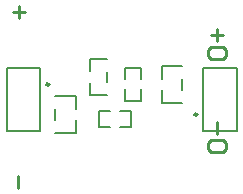
<source format=gto>
G04*
G04 #@! TF.GenerationSoftware,Altium Limited,Altium Designer,21.7.2 (23)*
G04*
G04 Layer_Color=65535*
%FSLAX25Y25*%
%MOIN*%
G70*
G04*
G04 #@! TF.SameCoordinates,E983133F-EF14-454E-B69A-C38BEC15BBAD*
G04*
G04*
G04 #@! TF.FilePolarity,Positive*
G04*
G01*
G75*
%ADD10C,0.00984*%
%ADD11C,0.00787*%
%ADD12C,0.00600*%
%ADD13C,0.01000*%
D10*
X566421Y355000D02*
G03*
X566421Y355000I-492J0D01*
G01*
X517063Y365000D02*
G03*
X517063Y365000I-492J0D01*
G01*
D11*
X568488Y349488D02*
X579512D01*
X568488Y370512D02*
X579512D01*
X568488Y349488D02*
Y370512D01*
X579512Y349488D02*
Y370512D01*
X502988Y349488D02*
Y370512D01*
X514012Y349488D02*
Y370512D01*
X502988Y349488D02*
X514012D01*
X502988Y370512D02*
X514012D01*
D12*
X519051Y348952D02*
X525950D01*
Y353053D01*
X519051Y361048D02*
X525950D01*
Y356947D02*
Y361048D01*
X519051Y353207D02*
Y356793D01*
X540678Y350899D02*
X544453D01*
Y356101D01*
X540678D02*
X544453D01*
X533547Y350899D02*
X537322D01*
X533547D02*
Y356101D01*
X537322D01*
X554550Y371048D02*
X561449D01*
X554550Y366947D02*
Y371048D01*
Y358952D02*
X561449D01*
X554550D02*
Y363053D01*
X561449Y363207D02*
Y366793D01*
X530641Y373509D02*
X536359D01*
X530641Y369447D02*
Y373509D01*
Y361491D02*
X536359D01*
X530641D02*
Y365553D01*
X536359Y365707D02*
Y369293D01*
X547601Y366712D02*
Y370488D01*
X542399D02*
X547601D01*
X542399Y366712D02*
Y370488D01*
X547601Y359581D02*
Y363356D01*
X542399Y359581D02*
X547601D01*
X542399D02*
Y363356D01*
D13*
X506500Y330500D02*
Y334499D01*
X507001Y387000D02*
Y390999D01*
X505001Y388999D02*
X509000D01*
X570002Y345499D02*
Y343500D01*
X571002Y342500D01*
X575000D01*
X576000Y343500D01*
Y345499D01*
X575000Y346499D01*
X571002D01*
X570002Y345499D01*
X573001Y348498D02*
Y352497D01*
X570002Y376499D02*
Y374500D01*
X571002Y373500D01*
X575000D01*
X576000Y374500D01*
Y376499D01*
X575000Y377499D01*
X571002D01*
X570002Y376499D01*
X573001Y379498D02*
Y383497D01*
X571002Y381497D02*
X575000D01*
M02*

</source>
